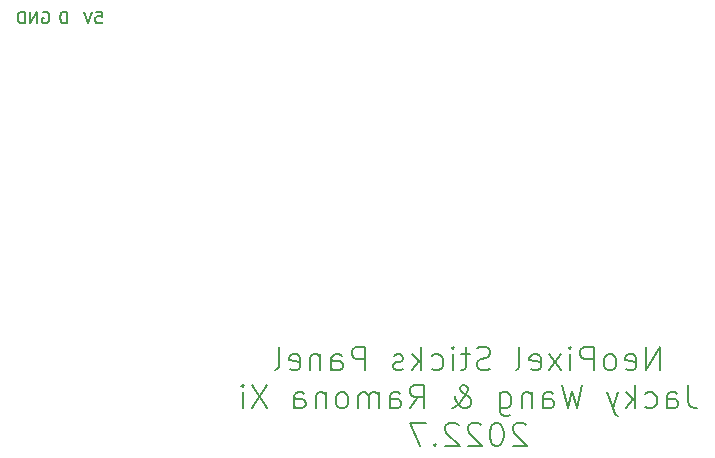
<source format=gbr>
%TF.GenerationSoftware,KiCad,Pcbnew,(6.0.1)*%
%TF.CreationDate,2022-07-14T17:05:26-04:00*%
%TF.ProjectId,Adafruit_NeoPixel_bar,41646166-7275-4697-945f-4e656f506978,rev?*%
%TF.SameCoordinates,Original*%
%TF.FileFunction,Legend,Bot*%
%TF.FilePolarity,Positive*%
%FSLAX46Y46*%
G04 Gerber Fmt 4.6, Leading zero omitted, Abs format (unit mm)*
G04 Created by KiCad (PCBNEW (6.0.1)) date 2022-07-14 17:05:26*
%MOMM*%
%LPD*%
G01*
G04 APERTURE LIST*
%ADD10C,0.150000*%
G04 APERTURE END LIST*
D10*
X107630476Y-91918761D02*
X107630476Y-89918761D01*
X106487619Y-91918761D01*
X106487619Y-89918761D01*
X104773333Y-91823523D02*
X104963809Y-91918761D01*
X105344761Y-91918761D01*
X105535238Y-91823523D01*
X105630476Y-91633047D01*
X105630476Y-90871142D01*
X105535238Y-90680666D01*
X105344761Y-90585428D01*
X104963809Y-90585428D01*
X104773333Y-90680666D01*
X104678095Y-90871142D01*
X104678095Y-91061619D01*
X105630476Y-91252095D01*
X103535238Y-91918761D02*
X103725714Y-91823523D01*
X103820952Y-91728285D01*
X103916190Y-91537809D01*
X103916190Y-90966380D01*
X103820952Y-90775904D01*
X103725714Y-90680666D01*
X103535238Y-90585428D01*
X103249523Y-90585428D01*
X103059047Y-90680666D01*
X102963809Y-90775904D01*
X102868571Y-90966380D01*
X102868571Y-91537809D01*
X102963809Y-91728285D01*
X103059047Y-91823523D01*
X103249523Y-91918761D01*
X103535238Y-91918761D01*
X102011428Y-91918761D02*
X102011428Y-89918761D01*
X101249523Y-89918761D01*
X101059047Y-90014000D01*
X100963809Y-90109238D01*
X100868571Y-90299714D01*
X100868571Y-90585428D01*
X100963809Y-90775904D01*
X101059047Y-90871142D01*
X101249523Y-90966380D01*
X102011428Y-90966380D01*
X100011428Y-91918761D02*
X100011428Y-90585428D01*
X100011428Y-89918761D02*
X100106666Y-90014000D01*
X100011428Y-90109238D01*
X99916190Y-90014000D01*
X100011428Y-89918761D01*
X100011428Y-90109238D01*
X99249523Y-91918761D02*
X98201904Y-90585428D01*
X99249523Y-90585428D02*
X98201904Y-91918761D01*
X96678095Y-91823523D02*
X96868571Y-91918761D01*
X97249523Y-91918761D01*
X97440000Y-91823523D01*
X97535238Y-91633047D01*
X97535238Y-90871142D01*
X97440000Y-90680666D01*
X97249523Y-90585428D01*
X96868571Y-90585428D01*
X96678095Y-90680666D01*
X96582857Y-90871142D01*
X96582857Y-91061619D01*
X97535238Y-91252095D01*
X95440000Y-91918761D02*
X95630476Y-91823523D01*
X95725714Y-91633047D01*
X95725714Y-89918761D01*
X93249523Y-91823523D02*
X92963809Y-91918761D01*
X92487619Y-91918761D01*
X92297142Y-91823523D01*
X92201904Y-91728285D01*
X92106666Y-91537809D01*
X92106666Y-91347333D01*
X92201904Y-91156857D01*
X92297142Y-91061619D01*
X92487619Y-90966380D01*
X92868571Y-90871142D01*
X93059047Y-90775904D01*
X93154285Y-90680666D01*
X93249523Y-90490190D01*
X93249523Y-90299714D01*
X93154285Y-90109238D01*
X93059047Y-90014000D01*
X92868571Y-89918761D01*
X92392380Y-89918761D01*
X92106666Y-90014000D01*
X91535238Y-90585428D02*
X90773333Y-90585428D01*
X91249523Y-89918761D02*
X91249523Y-91633047D01*
X91154285Y-91823523D01*
X90963809Y-91918761D01*
X90773333Y-91918761D01*
X90106666Y-91918761D02*
X90106666Y-90585428D01*
X90106666Y-89918761D02*
X90201904Y-90014000D01*
X90106666Y-90109238D01*
X90011428Y-90014000D01*
X90106666Y-89918761D01*
X90106666Y-90109238D01*
X88297142Y-91823523D02*
X88487619Y-91918761D01*
X88868571Y-91918761D01*
X89059047Y-91823523D01*
X89154285Y-91728285D01*
X89249523Y-91537809D01*
X89249523Y-90966380D01*
X89154285Y-90775904D01*
X89059047Y-90680666D01*
X88868571Y-90585428D01*
X88487619Y-90585428D01*
X88297142Y-90680666D01*
X87440000Y-91918761D02*
X87440000Y-89918761D01*
X87249523Y-91156857D02*
X86678095Y-91918761D01*
X86678095Y-90585428D02*
X87440000Y-91347333D01*
X85916190Y-91823523D02*
X85725714Y-91918761D01*
X85344761Y-91918761D01*
X85154285Y-91823523D01*
X85059047Y-91633047D01*
X85059047Y-91537809D01*
X85154285Y-91347333D01*
X85344761Y-91252095D01*
X85630476Y-91252095D01*
X85820952Y-91156857D01*
X85916190Y-90966380D01*
X85916190Y-90871142D01*
X85820952Y-90680666D01*
X85630476Y-90585428D01*
X85344761Y-90585428D01*
X85154285Y-90680666D01*
X82678095Y-91918761D02*
X82678095Y-89918761D01*
X81916190Y-89918761D01*
X81725714Y-90014000D01*
X81630476Y-90109238D01*
X81535238Y-90299714D01*
X81535238Y-90585428D01*
X81630476Y-90775904D01*
X81725714Y-90871142D01*
X81916190Y-90966380D01*
X82678095Y-90966380D01*
X79820952Y-91918761D02*
X79820952Y-90871142D01*
X79916190Y-90680666D01*
X80106666Y-90585428D01*
X80487619Y-90585428D01*
X80678095Y-90680666D01*
X79820952Y-91823523D02*
X80011428Y-91918761D01*
X80487619Y-91918761D01*
X80678095Y-91823523D01*
X80773333Y-91633047D01*
X80773333Y-91442571D01*
X80678095Y-91252095D01*
X80487619Y-91156857D01*
X80011428Y-91156857D01*
X79820952Y-91061619D01*
X78868571Y-90585428D02*
X78868571Y-91918761D01*
X78868571Y-90775904D02*
X78773333Y-90680666D01*
X78582857Y-90585428D01*
X78297142Y-90585428D01*
X78106666Y-90680666D01*
X78011428Y-90871142D01*
X78011428Y-91918761D01*
X76297142Y-91823523D02*
X76487619Y-91918761D01*
X76868571Y-91918761D01*
X77059047Y-91823523D01*
X77154285Y-91633047D01*
X77154285Y-90871142D01*
X77059047Y-90680666D01*
X76868571Y-90585428D01*
X76487619Y-90585428D01*
X76297142Y-90680666D01*
X76201904Y-90871142D01*
X76201904Y-91061619D01*
X77154285Y-91252095D01*
X75059047Y-91918761D02*
X75249523Y-91823523D01*
X75344761Y-91633047D01*
X75344761Y-89918761D01*
X110011428Y-93138761D02*
X110011428Y-94567333D01*
X110106666Y-94853047D01*
X110297142Y-95043523D01*
X110582857Y-95138761D01*
X110773333Y-95138761D01*
X108201904Y-95138761D02*
X108201904Y-94091142D01*
X108297142Y-93900666D01*
X108487619Y-93805428D01*
X108868571Y-93805428D01*
X109059047Y-93900666D01*
X108201904Y-95043523D02*
X108392380Y-95138761D01*
X108868571Y-95138761D01*
X109059047Y-95043523D01*
X109154285Y-94853047D01*
X109154285Y-94662571D01*
X109059047Y-94472095D01*
X108868571Y-94376857D01*
X108392380Y-94376857D01*
X108201904Y-94281619D01*
X106392380Y-95043523D02*
X106582857Y-95138761D01*
X106963809Y-95138761D01*
X107154285Y-95043523D01*
X107249523Y-94948285D01*
X107344761Y-94757809D01*
X107344761Y-94186380D01*
X107249523Y-93995904D01*
X107154285Y-93900666D01*
X106963809Y-93805428D01*
X106582857Y-93805428D01*
X106392380Y-93900666D01*
X105535238Y-95138761D02*
X105535238Y-93138761D01*
X105344761Y-94376857D02*
X104773333Y-95138761D01*
X104773333Y-93805428D02*
X105535238Y-94567333D01*
X104106666Y-93805428D02*
X103630476Y-95138761D01*
X103154285Y-93805428D02*
X103630476Y-95138761D01*
X103820952Y-95614952D01*
X103916190Y-95710190D01*
X104106666Y-95805428D01*
X101059047Y-93138761D02*
X100582857Y-95138761D01*
X100201904Y-93710190D01*
X99820952Y-95138761D01*
X99344761Y-93138761D01*
X97725714Y-95138761D02*
X97725714Y-94091142D01*
X97820952Y-93900666D01*
X98011428Y-93805428D01*
X98392380Y-93805428D01*
X98582857Y-93900666D01*
X97725714Y-95043523D02*
X97916190Y-95138761D01*
X98392380Y-95138761D01*
X98582857Y-95043523D01*
X98678095Y-94853047D01*
X98678095Y-94662571D01*
X98582857Y-94472095D01*
X98392380Y-94376857D01*
X97916190Y-94376857D01*
X97725714Y-94281619D01*
X96773333Y-93805428D02*
X96773333Y-95138761D01*
X96773333Y-93995904D02*
X96678095Y-93900666D01*
X96487619Y-93805428D01*
X96201904Y-93805428D01*
X96011428Y-93900666D01*
X95916190Y-94091142D01*
X95916190Y-95138761D01*
X94106666Y-93805428D02*
X94106666Y-95424476D01*
X94201904Y-95614952D01*
X94297142Y-95710190D01*
X94487619Y-95805428D01*
X94773333Y-95805428D01*
X94963809Y-95710190D01*
X94106666Y-95043523D02*
X94297142Y-95138761D01*
X94678095Y-95138761D01*
X94868571Y-95043523D01*
X94963809Y-94948285D01*
X95059047Y-94757809D01*
X95059047Y-94186380D01*
X94963809Y-93995904D01*
X94868571Y-93900666D01*
X94678095Y-93805428D01*
X94297142Y-93805428D01*
X94106666Y-93900666D01*
X90011428Y-95138761D02*
X90106666Y-95138761D01*
X90297142Y-95043523D01*
X90582857Y-94757809D01*
X91059047Y-94186380D01*
X91249523Y-93900666D01*
X91344761Y-93614952D01*
X91344761Y-93424476D01*
X91249523Y-93234000D01*
X91059047Y-93138761D01*
X90963809Y-93138761D01*
X90773333Y-93234000D01*
X90678095Y-93424476D01*
X90678095Y-93519714D01*
X90773333Y-93710190D01*
X90868571Y-93805428D01*
X91440000Y-94186380D01*
X91535238Y-94281619D01*
X91630476Y-94472095D01*
X91630476Y-94757809D01*
X91535238Y-94948285D01*
X91440000Y-95043523D01*
X91249523Y-95138761D01*
X90963809Y-95138761D01*
X90773333Y-95043523D01*
X90678095Y-94948285D01*
X90392380Y-94567333D01*
X90297142Y-94281619D01*
X90297142Y-94091142D01*
X86487619Y-95138761D02*
X87154285Y-94186380D01*
X87630476Y-95138761D02*
X87630476Y-93138761D01*
X86868571Y-93138761D01*
X86678095Y-93234000D01*
X86582857Y-93329238D01*
X86487619Y-93519714D01*
X86487619Y-93805428D01*
X86582857Y-93995904D01*
X86678095Y-94091142D01*
X86868571Y-94186380D01*
X87630476Y-94186380D01*
X84773333Y-95138761D02*
X84773333Y-94091142D01*
X84868571Y-93900666D01*
X85059047Y-93805428D01*
X85440000Y-93805428D01*
X85630476Y-93900666D01*
X84773333Y-95043523D02*
X84963809Y-95138761D01*
X85440000Y-95138761D01*
X85630476Y-95043523D01*
X85725714Y-94853047D01*
X85725714Y-94662571D01*
X85630476Y-94472095D01*
X85440000Y-94376857D01*
X84963809Y-94376857D01*
X84773333Y-94281619D01*
X83820952Y-95138761D02*
X83820952Y-93805428D01*
X83820952Y-93995904D02*
X83725714Y-93900666D01*
X83535238Y-93805428D01*
X83249523Y-93805428D01*
X83059047Y-93900666D01*
X82963809Y-94091142D01*
X82963809Y-95138761D01*
X82963809Y-94091142D02*
X82868571Y-93900666D01*
X82678095Y-93805428D01*
X82392380Y-93805428D01*
X82201904Y-93900666D01*
X82106666Y-94091142D01*
X82106666Y-95138761D01*
X80868571Y-95138761D02*
X81059047Y-95043523D01*
X81154285Y-94948285D01*
X81249523Y-94757809D01*
X81249523Y-94186380D01*
X81154285Y-93995904D01*
X81059047Y-93900666D01*
X80868571Y-93805428D01*
X80582857Y-93805428D01*
X80392380Y-93900666D01*
X80297142Y-93995904D01*
X80201904Y-94186380D01*
X80201904Y-94757809D01*
X80297142Y-94948285D01*
X80392380Y-95043523D01*
X80582857Y-95138761D01*
X80868571Y-95138761D01*
X79344761Y-93805428D02*
X79344761Y-95138761D01*
X79344761Y-93995904D02*
X79249523Y-93900666D01*
X79059047Y-93805428D01*
X78773333Y-93805428D01*
X78582857Y-93900666D01*
X78487619Y-94091142D01*
X78487619Y-95138761D01*
X76678095Y-95138761D02*
X76678095Y-94091142D01*
X76773333Y-93900666D01*
X76963809Y-93805428D01*
X77344761Y-93805428D01*
X77535238Y-93900666D01*
X76678095Y-95043523D02*
X76868571Y-95138761D01*
X77344761Y-95138761D01*
X77535238Y-95043523D01*
X77630476Y-94853047D01*
X77630476Y-94662571D01*
X77535238Y-94472095D01*
X77344761Y-94376857D01*
X76868571Y-94376857D01*
X76678095Y-94281619D01*
X74392380Y-93138761D02*
X73059047Y-95138761D01*
X73059047Y-93138761D02*
X74392380Y-95138761D01*
X72297142Y-95138761D02*
X72297142Y-93805428D01*
X72297142Y-93138761D02*
X72392380Y-93234000D01*
X72297142Y-93329238D01*
X72201904Y-93234000D01*
X72297142Y-93138761D01*
X72297142Y-93329238D01*
X96297142Y-96549238D02*
X96201904Y-96454000D01*
X96011428Y-96358761D01*
X95535238Y-96358761D01*
X95344761Y-96454000D01*
X95249523Y-96549238D01*
X95154285Y-96739714D01*
X95154285Y-96930190D01*
X95249523Y-97215904D01*
X96392380Y-98358761D01*
X95154285Y-98358761D01*
X93916190Y-96358761D02*
X93725714Y-96358761D01*
X93535238Y-96454000D01*
X93440000Y-96549238D01*
X93344761Y-96739714D01*
X93249523Y-97120666D01*
X93249523Y-97596857D01*
X93344761Y-97977809D01*
X93440000Y-98168285D01*
X93535238Y-98263523D01*
X93725714Y-98358761D01*
X93916190Y-98358761D01*
X94106666Y-98263523D01*
X94201904Y-98168285D01*
X94297142Y-97977809D01*
X94392380Y-97596857D01*
X94392380Y-97120666D01*
X94297142Y-96739714D01*
X94201904Y-96549238D01*
X94106666Y-96454000D01*
X93916190Y-96358761D01*
X92487619Y-96549238D02*
X92392380Y-96454000D01*
X92201904Y-96358761D01*
X91725714Y-96358761D01*
X91535238Y-96454000D01*
X91440000Y-96549238D01*
X91344761Y-96739714D01*
X91344761Y-96930190D01*
X91440000Y-97215904D01*
X92582857Y-98358761D01*
X91344761Y-98358761D01*
X90582857Y-96549238D02*
X90487619Y-96454000D01*
X90297142Y-96358761D01*
X89820952Y-96358761D01*
X89630476Y-96454000D01*
X89535238Y-96549238D01*
X89440000Y-96739714D01*
X89440000Y-96930190D01*
X89535238Y-97215904D01*
X90678095Y-98358761D01*
X89440000Y-98358761D01*
X88582857Y-98168285D02*
X88487619Y-98263523D01*
X88582857Y-98358761D01*
X88678095Y-98263523D01*
X88582857Y-98168285D01*
X88582857Y-98358761D01*
X87820952Y-96358761D02*
X86487619Y-96358761D01*
X87344761Y-98358761D01*
X59880476Y-61555380D02*
X60356666Y-61555380D01*
X60404285Y-62031571D01*
X60356666Y-61983952D01*
X60261428Y-61936333D01*
X60023333Y-61936333D01*
X59928095Y-61983952D01*
X59880476Y-62031571D01*
X59832857Y-62126809D01*
X59832857Y-62364904D01*
X59880476Y-62460142D01*
X59928095Y-62507761D01*
X60023333Y-62555380D01*
X60261428Y-62555380D01*
X60356666Y-62507761D01*
X60404285Y-62460142D01*
X59547142Y-61555380D02*
X59213809Y-62555380D01*
X58880476Y-61555380D01*
X55371904Y-61603000D02*
X55467142Y-61555380D01*
X55610000Y-61555380D01*
X55752857Y-61603000D01*
X55848095Y-61698238D01*
X55895714Y-61793476D01*
X55943333Y-61983952D01*
X55943333Y-62126809D01*
X55895714Y-62317285D01*
X55848095Y-62412523D01*
X55752857Y-62507761D01*
X55610000Y-62555380D01*
X55514761Y-62555380D01*
X55371904Y-62507761D01*
X55324285Y-62460142D01*
X55324285Y-62126809D01*
X55514761Y-62126809D01*
X54895714Y-62555380D02*
X54895714Y-61555380D01*
X54324285Y-62555380D01*
X54324285Y-61555380D01*
X53848095Y-62555380D02*
X53848095Y-61555380D01*
X53610000Y-61555380D01*
X53467142Y-61603000D01*
X53371904Y-61698238D01*
X53324285Y-61793476D01*
X53276666Y-61983952D01*
X53276666Y-62126809D01*
X53324285Y-62317285D01*
X53371904Y-62412523D01*
X53467142Y-62507761D01*
X53610000Y-62555380D01*
X53848095Y-62555380D01*
X57411904Y-62555380D02*
X57411904Y-61555380D01*
X57173809Y-61555380D01*
X57030952Y-61603000D01*
X56935714Y-61698238D01*
X56888095Y-61793476D01*
X56840476Y-61983952D01*
X56840476Y-62126809D01*
X56888095Y-62317285D01*
X56935714Y-62412523D01*
X57030952Y-62507761D01*
X57173809Y-62555380D01*
X57411904Y-62555380D01*
M02*

</source>
